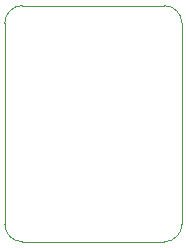
<source format=gbr>
G04 #@! TF.GenerationSoftware,KiCad,Pcbnew,(5.1.0)-1*
G04 #@! TF.CreationDate,2019-04-25T12:38:36+02:00*
G04 #@! TF.ProjectId,M8 Adaptor,4d382041-6461-4707-946f-722e6b696361,rev?*
G04 #@! TF.SameCoordinates,PX87e60a0PY5d75c80*
G04 #@! TF.FileFunction,Profile,NP*
%FSLAX46Y46*%
G04 Gerber Fmt 4.6, Leading zero omitted, Abs format (unit mm)*
G04 Created by KiCad (PCBNEW (5.1.0)-1) date 2019-04-25 12:38:36*
%MOMM*%
%LPD*%
G04 APERTURE LIST*
%ADD10C,0.050000*%
G04 APERTURE END LIST*
D10*
X13500000Y20000000D02*
G75*
G02X15000000Y18500000I0J-1500000D01*
G01*
X15000000Y1500000D02*
G75*
G02X13500000Y0I-1500000J0D01*
G01*
X1500000Y0D02*
G75*
G02X0Y1500000I0J1500000D01*
G01*
X0Y18500000D02*
G75*
G02X1500000Y20000000I1500000J0D01*
G01*
X13500000Y0D02*
X1500000Y0D01*
X15000000Y18500000D02*
X15000000Y1500000D01*
X1500000Y20000000D02*
X13500000Y20000000D01*
X0Y1500000D02*
X0Y18500000D01*
M02*

</source>
